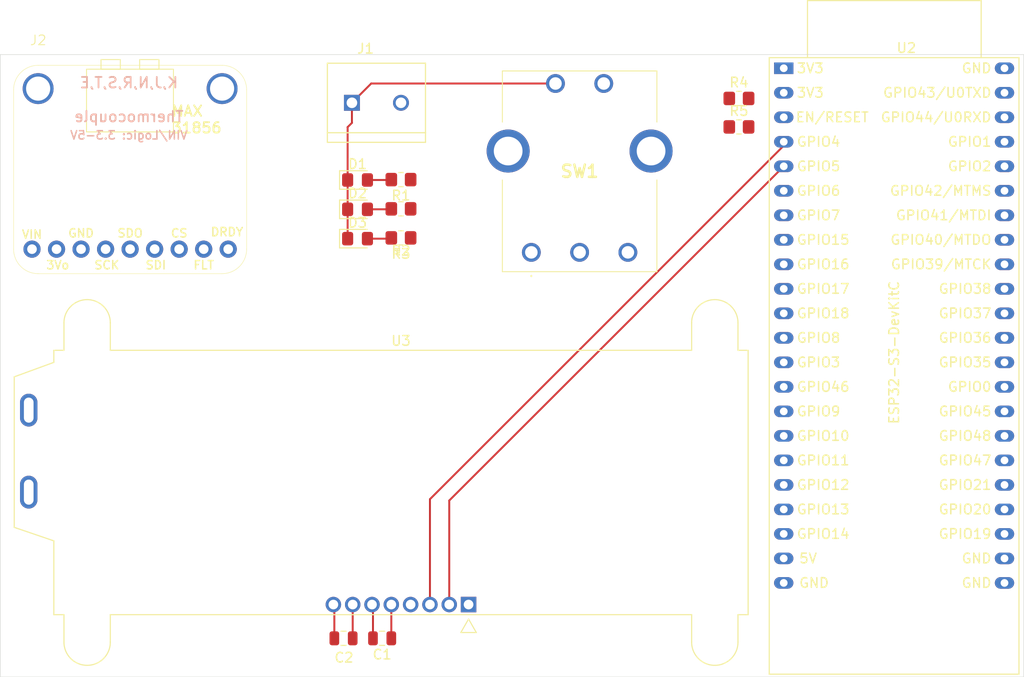
<source format=kicad_pcb>
(kicad_pcb (version 20241229) (generator "pcbnew") (generator_version "9.0")
  (layers (0 "F.Cu" signal) (2 "B.Cu" signal) (13 "F.Paste" user) (15 "B.Paste" user) (5 "F.SilkS" user "F.Silkscreen") (7 "B.SilkS" user "B.Silkscreen") (1 "F.Mask" user) (3 "B.Mask" user) (25 "Edge.Cuts" user))
  (net 0 "")
  (net 1 "GND")
  (net 2 "+3.3V")
  (net 3 "+5V")
  (net 4 "SSR_PWM")
  (net 5 "/SCK")
  (net 6 "/DRDY")
  (net 7 "/~{CS}")
  (net 8 "/~{FAULT}")
  (net 9 "/SDO")
  (net 10 "/SDI")
  (net 11 "/VIN_1")
  (net 12 "Net-(U2-GPIO46)")
  (net 13 "Net-(U2-GPIO47)")
  (net 14 "Net-(U2-GPIO48)")
  (net 40 "Net-(D3-A)")
  (net 41 "Net-(D2-A)")
  (net 42 "Net-(D1-A)")
  (net 47 "Net-(U3-VOUT)")
  (net 48 "Net-(U3-C1+)")
  (net 49 "Net-(U3-C1-)")
  (net 50 "/SCL")
  (net 51 "/SDA")
  (net 52 "/DISPLAY_~{RST}")
  (net 53 "/ENC_B")
  (net 54 "/ENC_A")
  (net 55 "/ENC_SW")
  (footprint "Diode_SMD:D_0805_2012Metric_Pad1.15x1.40mm_HandSolder" (layer "F.Cu") (at 121 74.54)
    (property "Reference" "D2" (at 0 -1.65 0) (layer "F.SilkS"))
    (property "Value" "LED")
    (fp_line (start -1.86 -0.96) (end -1.86 0.96) (stroke (width 0.12)) (layer "F.SilkS"))
    (fp_line (start -1.86 0.96) (end 1 0.96) (stroke (width 0.12)) (layer "F.SilkS"))
    (fp_line (start 1 -0.96) (end -1.86 -0.96) (stroke (width 0.12)) (layer "F.SilkS"))
    (pad "1" smd roundrect (at -1.025 0) (size 1.15 1.4) (layers "F.Cu" "F.Mask" "F.Paste") (roundrect_rratio 0.217391) (net 1 "GND"))
    (pad "2" smd roundrect (at 1.025 0) (size 1.15 1.4) (layers "F.Cu" "F.Mask" "F.Paste") (roundrect_rratio 0.217391) (net 41 "Net-(D2-A)"))
  )
  (footprint "phoenix_footprints:TE_282837-2" (layer "F.Cu") (at 122.96 63.5)
    (property "Reference" "J1" (at -1.127255 -5.614945 0) (layer "F.SilkS") (effects (font (size 1.002039 1.002039))))
    (property "Value" "Screw_Terminal_01x02")
    (fp_line (start -5.08 -4.1) (end 5.08 -4.1) (stroke (width 0.127)) (layer "F.SilkS"))
    (fp_line (start -5.08 3.1) (end -5.08 -4.1) (stroke (width 0.127)) (layer "F.SilkS"))
    (fp_line (start -5.08 3.1) (end 5.08 3.1) (stroke (width 0.127)) (layer "F.SilkS"))
    (fp_line (start -5.08 4.1) (end -5.08 3.1) (stroke (width 0.127)) (layer "F.SilkS"))
    (fp_line (start 5.08 -4.1) (end 5.08 3.1) (stroke (width 0.127)) (layer "F.SilkS"))
    (fp_line (start 5.08 3.1) (end 5.08 4.1) (stroke (width 0.127)) (layer "F.SilkS"))
    (fp_line (start 5.08 4.1) (end -5.08 4.1) (stroke (width 0.127)) (layer "F.SilkS"))
    (pad "1" thru_hole rect (at -2.54 0) (size 1.65 1.65) (drill 1.1) (layers "*.Cu" "*.Mask") (net 1 "GND"))
    (pad "2" thru_hole circle (at 2.54 0) (size 1.65 1.65) (drill 1.1) (layers "*.Cu" "*.Mask") (net 4 "SSR_PWM"))
  )
  (footprint "Capacitor_SMD:C_0805_2012Metric" (layer "F.Cu") (at 123.55 119 180)
    (property "Reference" "C1" (at 0 -1.68 0) (layer "F.SilkS"))
    (property "Value" "1uF")
    (fp_line (start -0.261252 0.735) (end 0.261252 0.735) (stroke (width 0.12)) (layer "F.SilkS"))
    (fp_line (start -0.261252 -0.735) (end 0.261252 -0.735) (stroke (width 0.12)) (layer "F.SilkS"))
    (pad "1" smd roundrect (at -0.95 0 180) (size 1 1.45) (layers "F.Cu" "F.Mask" "F.Paste") (net 3 "+5V"))
    (pad "2" smd roundrect (at 0.95 0 180) (size 1 1.45) (layers "F.Cu" "F.Mask" "F.Paste") (net 47 "Net-(U3-VOUT)"))
  )
  (footprint "Resistor_SMD:R_0805_2012Metric_Pad1.20x1.40mm_HandSolder" (layer "F.Cu") (at 125.5 74.49 180)
    (property "Reference" "R2" (at 0 -4.33 0) (layer "F.SilkS"))
    (property "Value" "220")
    (fp_line (start -0.227064 0.735) (end 0.227064 0.735) (stroke (width 0.12)) (layer "F.SilkS"))
    (fp_line (start -0.227064 -0.735) (end 0.227064 -0.735) (stroke (width 0.12)) (layer "F.SilkS"))
    (pad "1" smd roundrect (at -1 0 180) (size 1.2 1.4) (layers "F.Cu" "F.Mask" "F.Paste") (roundrect_rratio 0.208333) (net 13 "Net-(U2-GPIO47)"))
    (pad "2" smd roundrect (at 1 0 180) (size 1.2 1.4) (layers "F.Cu" "F.Mask" "F.Paste") (roundrect_rratio 0.208333) (net 41 "Net-(D2-A)"))
  )
  (footprint "Capacitor_SMD:C_0805_2012Metric" (layer "F.Cu") (at 119.55 119 180)
    (property "Reference" "C2" (at -0.05 -2 0) (layer "F.SilkS"))
    (property "Value" "1uF")
    (fp_line (start -0.261252 0.735) (end 0.261252 0.735) (stroke (width 0.12)) (layer "F.SilkS"))
    (fp_line (start -0.261252 -0.735) (end 0.261252 -0.735) (stroke (width 0.12)) (layer "F.SilkS"))
    (pad "1" smd roundrect (at -0.95 0 180) (size 1 1.45) (layers "F.Cu" "F.Mask" "F.Paste") (net 48 "Net-(U3-C1+)"))
    (pad "2" smd roundrect (at 0.95 0 180) (size 1 1.45) (layers "F.Cu" "F.Mask" "F.Paste") (net 49 "Net-(U3-C1-)"))
  )
  (footprint "Resistor_SMD:R_0805_2012Metric_Pad1.20x1.40mm_HandSolder" (layer "F.Cu") (at 125.5 77.5 180)
    (property "Reference" "R3" (at 0 -1.65 0) (layer "F.SilkS"))
    (property "Value" "220")
    (fp_line (start -0.227064 0.735) (end 0.227064 0.735) (stroke (width 0.12)) (layer "F.SilkS"))
    (fp_line (start -0.227064 -0.735) (end 0.227064 -0.735) (stroke (width 0.12)) (layer "F.SilkS"))
    (pad "1" smd roundrect (at -1 0 180) (size 1.2 1.4) (layers "F.Cu" "F.Mask" "F.Paste") (roundrect_rratio 0.208333) (net 14 "Net-(U2-GPIO48)"))
    (pad "2" smd roundrect (at 1 0 180) (size 1.2 1.4) (layers "F.Cu" "F.Mask" "F.Paste") (roundrect_rratio 0.208333) (net 40 "Net-(D3-A)"))
  )
  (footprint "!footprints:PEC164120FS0012" (layer "F.Cu") (at 139 79)
    (property "Reference" "SW1" (at 5 -8.4 0) (layer "F.SilkS") (effects (font (size 1.27 1.27) (thickness 0.254))))
    (property "Value" "RotaryEncoder_Switch" (hide yes))
    (fp_line (start -3 -18.8) (end -3 -13.5) (stroke (width 0.1)) (layer "F.SilkS"))
    (fp_line (start -3 -7.5) (end -3 2) (stroke (width 0.1)) (layer "F.SilkS"))
    (fp_line (start -3 2) (end 13 2) (stroke (width 0.1)) (layer "F.SilkS"))
    (fp_line (start 0 2.4) (end 0 2.4) (stroke (width 0.1)) (layer "F.SilkS"))
    (fp_line (start 0 2.5) (end 0 2.5) (stroke (width 0.1)) (layer "F.SilkS"))
    (fp_line (start 13 -18.8) (end -3 -18.8) (stroke (width 0.1)) (layer "F.SilkS"))
    (fp_line (start 13 -13.5) (end 13 -18.8) (stroke (width 0.1)) (layer "F.SilkS"))
    (fp_line (start 13 2) (end 13 -7.5) (stroke (width 0.1)) (layer "F.SilkS"))
    (fp_arc (start 0 2.4) (mid 0.05 2.45) (end 0 2.5) (stroke (width 0.1)) (layer "F.SilkS"))
    (fp_arc (start 0 2.5) (mid -0.05 2.45) (end 0 2.4) (stroke (width 0.1)) (layer "F.SilkS"))
    (pad "A" thru_hole circle (at 0 0) (size 1.95 1.95) (drill 1.3) (layers "*.Cu" "*.Mask") (net 54 "/ENC_A"))
    (pad "B" thru_hole circle (at 5 0) (size 1.95 1.95) (drill 1.3) (layers "*.Cu" "*.Mask") (net 53 "/ENC_B"))
    (pad "C" thru_hole circle (at 10 0) (size 1.95 1.95) (drill 1.3) (layers "*.Cu" "*.Mask") (net 1 "GND"))
    (pad "MH1" thru_hole circle (at -2.4 -10.5) (size 4.46 4.46) (drill 2.9732) (layers "*.Cu" "*.Mask"))
    (pad "MH2" thru_hole circle (at 12.4 -10.5) (size 4.46 4.46) (drill 2.9732) (layers "*.Cu" "*.Mask"))
    (pad "S1" thru_hole circle (at 2.5 -17.5) (size 1.95 1.95) (drill 1.3) (layers "*.Cu" "*.Mask") (net 1 "GND"))
    (pad "S2" thru_hole circle (at 7.5 -17.5) (size 1.95 1.95) (drill 1.3) (layers "*.Cu" "*.Mask") (net 55 "/ENC_SW"))
  )
  (footprint "Diode_SMD:D_0805_2012Metric_Pad1.15x1.40mm_HandSolder" (layer "F.Cu") (at 121 77.58)
    (property "Reference" "D3" (at 0 -1.65 0) (layer "F.SilkS"))
    (property "Value" "LED")
    (fp_line (start -1.86 -0.96) (end -1.86 0.96) (stroke (width 0.12)) (layer "F.SilkS"))
    (fp_line (start -1.86 0.96) (end 1 0.96) (stroke (width 0.12)) (layer "F.SilkS"))
    (fp_line (start 1 -0.96) (end -1.86 -0.96) (stroke (width 0.12)) (layer "F.SilkS"))
    (pad "1" smd roundrect (at -1.025 0) (size 1.15 1.4) (layers "F.Cu" "F.Mask" "F.Paste") (roundrect_rratio 0.217391) (net 1 "GND"))
    (pad "2" smd roundrect (at 1.025 0) (size 1.15 1.4) (layers "F.Cu" "F.Mask" "F.Paste") (roundrect_rratio 0.217391) (net 40 "Net-(D3-A)"))
  )
  (footprint "Resistor_SMD:R_0805_2012Metric_Pad1.20x1.40mm_HandSolder" (layer "F.Cu") (at 160.5 66)
    (property "Reference" "R5" (at 0 -1.65 0) (layer "F.SilkS"))
    (property "Value" "4.7k")
    (fp_line (start -0.227064 -0.735) (end 0.227064 -0.735) (stroke (width 0.12)) (layer "F.SilkS"))
    (fp_line (start -0.227064 0.735) (end 0.227064 0.735) (stroke (width 0.12)) (layer "F.SilkS"))
    (pad "1" smd roundrect (at -1 0) (size 1.2 1.4) (layers "F.Cu" "F.Mask" "F.Paste") (roundrect_rratio 0.208333) (net 2 "+3.3V"))
    (pad "2" smd roundrect (at 1 0) (size 1.2 1.4) (layers "F.Cu" "F.Mask" "F.Paste") (roundrect_rratio 0.208333) (net 51 "/SDA"))
  )
  (footprint "Resistor_SMD:R_0805_2012Metric_Pad1.20x1.40mm_HandSolder" (layer "F.Cu") (at 160.5 63.05)
    (property "Reference" "R4" (at 0 -1.65 0) (layer "F.SilkS"))
    (property "Value" "4.7k")
    (fp_line (start -0.227064 -0.735) (end 0.227064 -0.735) (stroke (width 0.12)) (layer "F.SilkS"))
    (fp_line (start -0.227064 0.735) (end 0.227064 0.735) (stroke (width 0.12)) (layer "F.SilkS"))
    (pad "1" smd roundrect (at -1 0) (size 1.2 1.4) (layers "F.Cu" "F.Mask" "F.Paste") (roundrect_rratio 0.208333) (net 2 "+3.3V"))
    (pad "2" smd roundrect (at 1 0) (size 1.2 1.4) (layers "F.Cu" "F.Mask" "F.Paste") (roundrect_rratio 0.208333) (net 50 "/SCL"))
  )
  (footprint "Diode_SMD:D_0805_2012Metric_Pad1.15x1.40mm_HandSolder" (layer "F.Cu") (at 121 71.5)
    (property "Reference" "D1" (at 0 -1.65 0) (layer "F.SilkS"))
    (property "Value" "LED")
    (fp_line (start -1.86 -0.96) (end -1.86 0.96) (stroke (width 0.12)) (layer "F.SilkS"))
    (fp_line (start -1.86 0.96) (end 1 0.96) (stroke (width 0.12)) (layer "F.SilkS"))
    (fp_line (start 1 -0.96) (end -1.86 -0.96) (stroke (width 0.12)) (layer "F.SilkS"))
    (pad "1" smd roundrect (at -1.025 0) (size 1.15 1.4) (layers "F.Cu" "F.Mask" "F.Paste") (roundrect_rratio 0.217391) (net 1 "GND"))
    (pad "2" smd roundrect (at 1.025 0) (size 1.15 1.4) (layers "F.Cu" "F.Mask" "F.Paste") (roundrect_rratio 0.217391) (net 42 "Net-(D1-A)"))
  )
  (footprint "Display:NHD-C0220BiZ" (layer "F.Cu") (at 125.5 99.6)
    (property "Reference" "U3" (at 0 -11.43 0) (layer "F.SilkS"))
    (property "Value" "NHD-C0220BIZ")
    (fp_line (start -40.05 -7.7) (end -40.05 7.9) (stroke (width 0.12)) (layer "F.SilkS"))
    (fp_line (start -40.05 7.9) (end -35.95 9.3) (stroke (width 0.12)) (layer "F.SilkS"))
    (fp_line (start -35.95 -10.45) (end -35.95 -9.2) (stroke (width 0.12)) (layer "F.SilkS"))
    (fp_line (start -35.95 -9.2) (end -40.05 -7.7) (stroke (width 0.12)) (layer "F.SilkS"))
    (fp_line (start -35.95 9.3) (end -35.95 16.95) (stroke (width 0.12)) (layer "F.SilkS"))
    (fp_line (start -35.95 16.95) (end -34.9 16.95) (stroke (width 0.12)) (layer "F.SilkS"))
    (fp_line (start -34.9 -13.3) (end -34.9 -10.45) (stroke (width 0.12)) (layer "F.SilkS"))
    (fp_line (start -34.9 -10.45) (end -35.95 -10.45) (stroke (width 0.12)) (layer "F.SilkS"))
    (fp_line (start -34.9 16.95) (end -34.9 19.8) (stroke (width 0.12)) (layer "F.SilkS"))
    (fp_line (start -30.1 -10.45) (end -30.1 -13.3) (stroke (width 0.12)) (layer "F.SilkS"))
    (fp_line (start -30.1 16.95) (end 30.1 16.95) (stroke (width 0.12)) (layer "F.SilkS"))
    (fp_line (start -30.1 19.8) (end -30.1 16.95) (stroke (width 0.12)) (layer "F.SilkS"))
    (fp_line (start 6.2 18.8) (end 7 17.4) (stroke (width 0.12)) (layer "F.SilkS"))
    (fp_line (start 6.2 18.8) (end 7.8 18.8) (stroke (width 0.12)) (layer "F.SilkS"))
    (fp_line (start 7 17.4) (end 7.8 18.8) (stroke (width 0.12)) (layer "F.SilkS"))
    (fp_line (start 30.1 -13.3) (end 30.1 -10.45) (stroke (width 0.12)) (layer "F.SilkS"))
    (fp_line (start 30.1 -10.45) (end -30.1 -10.45) (stroke (width 0.12)) (layer "F.SilkS"))
    (fp_line (start 30.1 16.95) (end 30.1 19.8) (stroke (width 0.12)) (layer "F.SilkS"))
    (fp_line (start 34.9 -10.45) (end 34.9 -13.3) (stroke (width 0.12)) (layer "F.SilkS"))
    (fp_line (start 34.9 16.95) (end 35.95 16.95) (stroke (width 0.12)) (layer "F.SilkS"))
    (fp_line (start 34.9 19.8) (end 34.9 16.95) (stroke (width 0.12)) (layer "F.SilkS"))
    (fp_line (start 35.95 -10.45) (end 34.9 -10.45) (stroke (width 0.12)) (layer "F.SilkS"))
    (fp_line (start 35.95 16.95) (end 35.95 -10.45) (stroke (width 0.12)) (layer "F.SilkS"))
    (fp_arc (start -34.9 -13.3) (mid -32.5 -15.7) (end -30.1 -13.3) (stroke (width 0.12)) (layer "F.SilkS"))
    (fp_arc (start -30.1 19.8) (mid -32.5 22.2) (end -34.9 19.8) (stroke (width 0.12)) (layer "F.SilkS"))
    (fp_arc (start 30.1 -13.3) (mid 32.5 -15.7) (end 34.9 -13.3) (stroke (width 0.12)) (layer "F.SilkS"))
    (fp_arc (start 34.9 19.8) (mid 32.5 22.2) (end 30.1 19.8) (stroke (width 0.12)) (layer "F.SilkS"))
    (pad "" np_thru_hole circle (at -32.5 -13.3) (size 2.5 2.5) (drill 2.5) (layers "*.Cu" "*.Mask"))
    (pad "" np_thru_hole circle (at -32.5 19.8) (size 2.5 2.5) (drill 2.5) (layers "*.Cu" "*.Mask"))
    (pad "" np_thru_hole circle (at 32.5 -13.3) (size 2.5 2.5) (drill 2.5) (layers "*.Cu" "*.Mask"))
    (pad "" np_thru_hole circle (at 32.5 19.8) (size 2.5 2.5) (drill 2.5) (layers "*.Cu" "*.Mask"))
    (pad "1" thru_hole rect (at 7 15.9) (size 1.6 1.6) (drill 1) (layers "*.Cu" "*.Mask") (net 52 "/DISPLAY_~{RST}"))
    (pad "2" thru_hole circle (at 5 15.9) (size 1.6 1.6) (drill 1) (layers "*.Cu" "*.Mask") (net 50 "/SCL"))
    (pad "3" thru_hole circle (at 3 15.9) (size 1.6 1.6) (drill 1) (layers "*.Cu" "*.Mask") (net 51 "/SDA"))
    (pad "4" thru_hole circle (at 1 15.9) (size 1.6 1.6) (drill 1) (layers "*.Cu" "*.Mask") (net 1 "GND"))
    (pad "5" thru_hole circle (at -1 15.9) (size 1.6 1.6) (drill 1) (layers "*.Cu" "*.Mask") (net 3 "+5V"))
    (pad "6" thru_hole circle (at -3 15.9) (size 1.6 1.6) (drill 1) (layers "*.Cu" "*.Mask") (net 47 "Net-(U3-VOUT)"))
    (pad "7" thru_hole circle (at -5 15.9) (size 1.6 1.6) (drill 1) (layers "*.Cu" "*.Mask") (net 48 "Net-(U3-C1+)"))
    (pad "8" thru_hole circle (at -7 15.9) (size 1.6 1.6) (drill 1) (layers "*.Cu" "*.Mask") (net 49 "Net-(U3-C1-)"))
    (pad "9" thru_hole oval (at -38.55 4.25) (size 1.8 3.4) (drill oval 1 2.6) (layers "*.Cu" "*.Mask"))
    (pad "10" thru_hole oval (at -38.55 -4.25) (size 1.8 3.4) (drill oval 1 2.6) (layers "*.Cu" "*.Mask"))
  )
  (footprint "PCM_Espressif:ESP32-S3-DevKitC" (layer "F.Cu") (at 165.14 59.92)
    (property "Reference" "U2" (at 12.7 -2.1 0) (layer "F.SilkS"))
    (property "Value" "ESP32-S3-DevKitC" (at 11.42632 29.46128 90) (layer "F.SilkS"))
    (fp_line (start -1.5 62.79728) (end 24.359999 62.79728) (stroke (width 0.12)) (layer "F.SilkS"))
    (fp_line (start -1.499999 -1.1) (end -1.5 62.79728) (stroke (width 0.12)) (layer "F.SilkS"))
    (fp_line (start 2.46012 -7.01312) (end 20.44332 -7.01312) (stroke (width 0.12)) (layer "F.SilkS"))
    (fp_line (start 2.46012 -1.12032) (end 2.46012 -7.01312) (stroke (width 0.12)) (layer "F.SilkS"))
    (fp_line (start 20.44332 -7.01312) (end 20.44332 -1.12032) (stroke (width 0.12)) (layer "F.SilkS"))
    (fp_line (start 24.359999 62.79728) (end 24.36 -1.1) (stroke (width 0.12)) (layer "F.SilkS"))
    (fp_line (start 24.36 -1.1) (end -1.499999 -1.1) (stroke (width 0.12)) (layer "F.SilkS"))
    (fp_text user "GPIO47" (at 21.59 40.64 0) (layer "F.SilkS") (effects (justify right)))
    (fp_text user "3V3" (at 1.27 0 0) (layer "F.SilkS") (effects (justify left)))
    (fp_text user "GPIO18" (at 1.27 25.4 0) (layer "F.SilkS") (effects (justify left)))
    (fp_text user "GND" (at 1.52032 53.33728 0) (layer "F.SilkS") (effects (justify left)))
    (fp_text user "GPIO12" (at 1.27 43.18 0) (layer "F.SilkS") (effects (justify left)))
    (fp_text user "GPIO11" (at 1.27 40.64 0) (layer "F.SilkS") (effects (justify left)))
    (fp_text user "GPIO48" (at 21.59 38.1 0) (layer "F.SilkS") (effects (justify right)))
    (fp_text user "GPIO2" (at 21.59 10.16 0) (layer "F.SilkS") (effects (justify right)))
    (fp_text user "GPIO36" (at 21.59 27.94 0) (layer "F.SilkS") (effects (justify right)))
    (fp_text user "3V3" (at 1.27 2.54 0) (layer "F.SilkS") (effects (justify left)))
    (fp_text user "GPIO40/MTDO" (at 21.59 17.78 0) (layer "F.SilkS") (effects (justify right)))
    (fp_text user "GPIO9" (at 1.27 35.56 0) (layer "F.SilkS") (effects (justify left)))
    (fp_text user "GND" (at 21.59 50.8 0) (layer "F.SilkS") (effects (justify right)))
    (fp_text user "GPIO17" (at 1.27 22.86 0) (layer "F.SilkS") (effects (justify left)))
    (fp_text user "GPIO21" (at 21.59 43.18 0) (layer "F.SilkS") (effects (justify right)))
    (fp_text user "GPIO6" (at 1.27 12.7 0) (layer "F.SilkS") (effects (justify left)))
    (fp_text user "GPIO5" (at 1.27 10.16 0) (layer "F.SilkS") (effects (justify left)))
    (fp_text user "GPIO19" (at 21.59 48.26 0) (layer "F.SilkS") (effects (justify right)))
    (fp_text user "GPIO37" (at 21.59 25.4 0) (layer "F.SilkS") (effects (justify right)))
    (fp_text user "GPIO20" (at 21.59 45.72 0) (layer "F.SilkS") (effects (justify right)))
    (fp_text user "GPIO38" (at 21.59 22.86 0) (layer "F.SilkS") (effects (justify right)))
    (fp_text user "GPIO7" (at 1.27 15.24 0) (layer "F.SilkS") (effects (justify left)))
    (fp_text user "GPIO39/MTCK" (at 21.59 20.32 0) (layer "F.SilkS") (effects (justify right)))
    (fp_text user "5V" (at 1.52032 50.79728 0) (layer "F.SilkS") (effects (justify left)))
    (fp_text user "GPIO44/U0RXD" (at 21.59 5.08 0) (layer "F.SilkS") (effects (justify right)))
    (fp_text user "GPIO0" (at 21.59 33.02 0) (layer "F.SilkS") (effects (justify right)))
    (fp_text user "GND" (at 21.59 0 0) (layer "F.SilkS") (effects (justify right)))
    (fp_text user "GPIO42/MTMS" (at 21.59 12.7 0) (layer "F.SilkS") (effects (justify right)))
    (fp_text user "GPIO4" (at 1.27 7.62 0) (layer "F.SilkS") (effects (justify left)))
    (fp_text user "GPIO10" (at 1.27 38.1 0) (layer "F.SilkS") (effects (justify left)))
    (fp_text user "GPIO13" (at 1.27 45.72 0) (layer "F.SilkS") (effects (justify left)))
    (fp_text user "GPIO46" (at 1.27 33.02 0) (layer "F.SilkS") (effects (justify left)))
    (fp_text user "GPIO8" (at 1.27 27.94 0) (layer "F.SilkS") (effects (justify left)))
    (fp_text user "GPIO41/MTDI" (at 21.59 15.24 0) (layer "F.SilkS") (effects (justify right)))
    (fp_text user "GPIO15" (at 1.27 17.78 0) (layer "F.SilkS") (effects (justify left)))
    (fp_text user "GPIO35" (at 21.59 30.48 0) (layer "F.SilkS") (effects (justify right)))
    (fp_text user "GND" (at 21.59 53.34 0) (layer "F.SilkS") (effects (justify right)))
    (fp_text user "GPIO14" (at 1.27 48.26 0) (layer "F.SilkS") (effects (justify left)))
    (fp_text user "GPIO1" (at 21.59 7.62 0) (layer "F.SilkS") (effects (justify right)))
    (fp_text user "GPIO43/U0TXD" (at 21.59 2.54 0) (layer "F.SilkS") (effects (justify right)))
    (fp_text user "GPIO45" (at 21.59 35.56 0) (layer "F.SilkS") (effects (justify right)))
    (fp_text user "GPIO16" (at 1.27 20.32 0) (layer "F.SilkS") (effects (justify left)))
    (fp_text user "GPIO3" (at 1.27 30.48 0) (layer "F.SilkS") (effects (justify left)))
    (fp_text user "EN/RESET" (at 8.88632 5.07728 0) (layer "F.SilkS") (effects (justify right)))
    (pad "1" thru_hole rect (at 0 0 270) (size 1.2 2) (drill 0.8) (layers "*.Cu" "*.Mask") (net 2 "+3.3V"))
    (pad "2" thru_hole oval (at 0 2.54 270) (size 1.2 2) (drill 0.8) (layers "*.Cu" "*.Mask") (net 2 "+3.3V"))
    (pad "3" thru_hole oval (at 0 5.08 270) (size 1.2 2) (drill 0.8) (layers "*.Cu" "*.Mask"))
    (pad "4" thru_hole oval (at 0 7.62 270) (size 1.2 2) (drill 0.8) (layers "*.Cu" "*.Mask") (net 51 "/SDA"))
    (pad "5" thru_hole oval (at 0 10.16 270) (size 1.2 2) (drill 0.8) (layers "*.Cu" "*.Mask") (net 50 "/SCL"))
    (pad "6" thru_hole oval (at 0 12.7 270) (size 1.2 2) (drill 0.8) (layers "*.Cu" "*.Mask"))
    (pad "7" thru_hole oval (at 0 15.24 270) (size 1.2 2) (drill 0.8) (layers "*.Cu" "*.Mask"))
    (pad "8" thru_hole oval (at 0 17.78 270) (size 1.2 2) (drill 0.8) (layers "*.Cu" "*.Mask"))
    (pad "9" thru_hole oval (at 0 20.32 270) (size 1.2 2) (drill 0.8) (layers "*.Cu" "*.Mask"))
    (pad "10" thru_hole oval (at 0 22.86 270) (size 1.2 2) (drill 0.8) (layers "*.Cu" "*.Mask"))
    (pad "11" thru_hole oval (at 0 25.4 270) (size 1.2 2) (drill 0.8) (layers "*.Cu" "*.Mask"))
    (pad "12" thru_hole oval (at 0 27.94 270) (size 1.2 2) (drill 0.8) (layers "*.Cu" "*.Mask"))
    (pad "13" thru_hole oval (at 0 30.48 270) (size 1.2 2) (drill 0.8) (layers "*.Cu" "*.Mask"))
    (pad "14" thru_hole oval (at 0 33.02 270) (size 1.2 2) (drill 0.8) (layers "*.Cu" "*.Mask") (net 12 "Net-(U2-GPIO46)"))
    (pad "15" thru_hole oval (at 0 35.56 270) (size 1.2 2) (drill 0.8) (layers "*.Cu" "*.Mask"))
    (pad "16" thru_hole oval (at 0 38.1 270) (size 1.2 2) (drill 0.8) (layers "*.Cu" "*.Mask"))
    (pad "17" thru_hole oval (at 0 40.64 270) (size 1.2 2) (drill 0.8) (layers "*.Cu" "*.Mask"))
    (pad "18" thru_hole oval (at 0 43.18 270) (size 1.2 2) (drill 0.8) (layers "*.Cu" "*.Mask"))
    (pad "19" thru_hole oval (at 0 45.72 270) (size 1.2 2) (drill 0.8) (layers "*.Cu" "*.Mask"))
    (pad "20" thru_hole oval (at -0.00368 48.25728 270) (size 1.2 2) (drill 0.8) (layers "*.Cu" "*.Mask"))
    (pad "21" thru_hole oval (at -0.00368 50.79728 270) (size 1.2 2) (drill 0.8) (layers "*.Cu" "*.Mask") (net 3 "+5V"))
    (pad "22" thru_hole oval (at -0.00368 53.33728 270) (size 1.2 2) (drill 0.8) (layers "*.Cu" "*.Mask") (net 1 "GND"))
    (pad "23" thru_hole oval (at 22.86 53.34 270) (size 1.2 2) (drill 0.8) (layers "*.Cu" "*.Mask") (net 1 "GND"))
    (pad "24" thru_hole oval (at 22.86 50.8 270) (size 1.2 2) (drill 0.8) (layers "*.Cu" "*.Mask") (net 1 "GND"))
    (pad "25" thru_hole oval (at 22.86 48.26 270) (size 1.2 2) (drill 0.8) (layers "*.Cu" "*.Mask"))
    (pad "26" thru_hole oval (at 22.86 45.72 270) (size 1.2 2) (drill 0.8) (layers "*.Cu" "*.Mask"))
    (pad "27" thru_hole oval (at 22.86 43.18 270) (size 1.2 2) (drill 0.8) (layers "*.Cu" "*.Mask") (net 4 "SSR_PWM"))
    (pad "28" thru_hole oval (at 22.86 40.64 270) (size 1.2 2) (drill 0.8) (layers "*.Cu" "*.Mask") (net 13 "Net-(U2-GPIO47)"))
    (pad "29" thru_hole oval (at 22.86 38.1 270) (size 1.2 2) (drill 0.8) (layers "*.Cu" "*.Mask") (net 14 "Net-(U2-GPIO48)"))
    (pad "30" thru_hole oval (at 22.86 35.56 270) (size 1.2 2) (drill 0.8) (layers "*.Cu" "*.Mask"))
    (pad "31" thru_hole oval (at 22.86 33.02 270) (size 1.2 2) (drill 0.8) (layers "*.Cu" "*.Mask"))
    (pad "32" thru_hole oval (at 22.86 30.48 270) (size 1.2 2) (drill 0.8) (layers "*.Cu" "*.Mask") (net 52 "/DISPLAY_~{RST}"))
    (pad "33" thru_hole oval (at 22.86 27.94 270) (size 1.2 2) (drill 0.8) (layers "*.Cu" "*.Mask") (net 54 "/ENC_A"))
    (pad "34" thru_hole oval (at 22.86 25.4 270) (size 1.2 2) (drill 0.8) (layers "*.Cu" "*.Mask") (net 53 "/ENC_B"))
    (pad "35" thru_hole oval (at 22.86 22.86 270) (size 1.2 2) (drill 0.8) (layers "*.Cu" "*.Mask") (net 55 "/ENC_SW"))
    (pad "36" thru_hole oval (at 22.86 20.32 270) (size 1.2 2) (drill 0.8) (layers "*.Cu" "*.Mask"))
    (pad "37" thru_hole oval (at 22.86 17.78 270) (size 1.2 2) (drill 0.8) (layers "*.Cu" "*.Mask"))
    (pad "38" thru_hole oval (at 22.86 15.24 270) (size 1.2 2) (drill 0.8) (layers "*.Cu" "*.Mask"))
    (pad "39" thru_hole oval (at 22.86 12.7 270) (size 1.2 2) (drill 0.8) (layers "*.Cu" "*.Mask"))
    (pad "40" thru_hole oval (at 22.86 10.16 270) (size 1.2 2) (drill 0.8) (layers "*.Cu" "*.Mask"))
    (pad "41" thru_hole oval (at 22.86 7.62 270) (size 1.2 2) (drill 0.8) (layers "*.Cu" "*.Mask"))
    (pad "42" thru_hole oval (at 22.86 5.08 270) (size 1.2 2) (drill 0.8) (layers "*.Cu" "*.Mask"))
    (pad "43" thru_hole oval (at 22.86 2.54 270) (size 1.2 2) (drill 0.8) (layers "*.Cu" "*.Mask"))
    (pad "44" thru_hole oval (at 22.86 0 270) (size 1.2 2) (drill 0.8) (layers "*.Cu" "*.Mask") (net 1 "GND"))
  )
  (footprint "!footprints:MAX31856_HEADER" (layer "F.Cu") (at 87.936314 62.019686)
    (property "Reference" "J2" (at 0 -5 0) (layer "F.SilkS") (effects (font (thickness 0.1))))
    (property "Value" "Conn_01x09_Socket")
    (fp_line (start -2.551314 16.648314) (end -2.551314 0.138314) (stroke (width 0.05)) (layer "F.SilkS"))
    (fp_line (start -0.011314 -2.401686) (end 19.038686 -2.401686) (stroke (width 0.05)) (layer "F.SilkS"))
    (fp_line (start 19.012586 19.191516) (end -0.037414 19.191516) (stroke (width 0.05)) (layer "F.SilkS"))
    (fp_line (start 21.578686 0.138314) (end 21.578686 16.648314) (stroke (width 0.05)) (layer "F.SilkS"))
    (fp_rect (start 5 -2) (end 14 4.5) (stroke (width 0.1)) (fill no) (layer "F.SilkS"))
    (fp_rect (start 6.5 -3) (end 8.5 -2) (stroke (width 0.1)) (fill no) (layer "F.SilkS"))
    (fp_rect (start 10.5 -3) (end 12.5 -2) (stroke (width 0.1)) (fill no) (layer "F.SilkS"))
    (fp_arc (start -2.551314 0.138314) (mid -1.807365 -1.657737) (end -0.011314 -2.401686) (stroke (width 0.05)) (layer "F.SilkS"))
    (fp_arc (start -0.011314 19.188314) (mid -1.807365 18.444365) (end -2.551314 16.648314) (stroke (width 0.05)) (layer "F.SilkS"))
    (fp_arc (start 19.038686 -2.401686) (mid 20.834741 -1.657741) (end 21.578686 0.138314) (stroke (width 0.05)) (layer "F.SilkS"))
    (fp_arc (start 21.578686 16.648314) (mid 20.834736 18.444361) (end 19.038686 19.188314) (stroke (width 0.05)) (layer "F.SilkS"))
    (fp_text user "SCK" (at 7.100686 18.299314 0) (layer "F.SilkS") (effects (font (size 0.8636 0.8636) (thickness 0.1524))))
    (fp_text user "SDI" (at 12.180686 18.299314 0) (layer "F.SilkS") (effects (font (size 0.8636 0.8636) (thickness 0.1524))))
    (fp_text user "GND" (at 4.433686 14.997314 0) (layer "F.SilkS") (effects (font (size 0.8636 0.8636) (thickness 0.1524))))
    (fp_text user "FLT" (at 17.133686 18.299314 0) (layer "F.SilkS") (effects (font (size 0.8636 0.8636) (thickness 0.1524))))
    (fp_text user "3Vo" (at 2.020686 18.299314 0) (layer "F.SilkS") (effects (font (size 0.8636 0.8636) (thickness 0.1524))))
    (fp_text user "CS" (at 14.593686 14.997314 0) (layer "F.SilkS") (effects (font (size 0.8636 0.8636) (thickness 0.1524))))
    (fp_text user "SDO" (at 9.513686 14.997314 0) (layer "F.SilkS") (effects (font (size 0.8636 0.8636) (thickness 0.1524))))
    (fp_text user "DRDY" (at 19.546686 14.870314 0) (layer "F.SilkS") (effects (font (size 0.8636 0.8636) (thickness 0.1524))))
    (fp_text user "VIN" (at -0.646314 15.124314 0) (layer "F.SilkS") (effects (font (size 0.8636 0.8636) (thickness 0.1524))))
    (fp_text user "MAX\n31856" (at 13.704686 4.710314 0) (layer "F.SilkS") (effects (font (size 1.0795 1.0795) (thickness 0.1905)) (justify left bottom)))
    (fp_text user "VIN/Logic: 3.3-5V" (at 9.386686 4.837314 0) (layer "B.SilkS") (effects (font (size 0.8636 0.8636) (thickness 0.1524)) (justify mirror)))
    (fp_text user "K,J,N,R,S,T,E\n\nThermocouple" (at 9.386686 1.154314 0) (layer "B.SilkS") (effects (font (size 1.0922 1.0922) (thickness 0.1778)) (justify mirror)))
    (pad "1" thru_hole circle (at 19.673686 16.648314 270) (size 1.778 1.778) (drill 1) (layers "*.Cu" "*.Mask") (net 6 "/DRDY"))
    (pad "2" thru_hole circle (at 17.133686 16.648314 270) (size 1.778 1.778) (drill 1) (layers "*.Cu" "*.Mask") (net 8 "/~{FAULT}"))
    (pad "3" thru_hole circle (at 14.593686 16.648314 270) (size 1.778 1.778) (drill 1) (layers "*.Cu" "*.Mask") (net 7 "/~{CS}"))
    (pad "4" thru_hole circle (at 12.053686 16.648314 270) (size 1.778 1.778) (drill 1) (layers "*.Cu" "*.Mask") (net 10 "/SDI"))
    (pad "5" thru_hole circle (at 9.513686 16.648314 270) (size 1.778 1.778) (drill 1) (layers "*.Cu" "*.Mask") (net 9 "/SDO"))
    (pad "6" thru_hole circle (at 6.973686 16.648314 270) (size 1.778 1.778) (drill 1) (layers "*.Cu" "*.Mask") (net 5 "/SCK"))
    (pad "7" thru_hole circle (at 4.433686 16.648314 270) (size 1.778 1.778) (drill 1) (layers "*.Cu" "*.Mask") (net 1 "GND"))
    (pad "8" thru_hole circle (at 1.893686 16.648314 270) (size 1.778 1.778) (drill 1) (layers "*.Cu" "*.Mask") (net 2 "+3.3V"))
    (pad "9" thru_hole circle (at -0.646314 16.648314 270) (size 1.778 1.778) (drill 1) (layers "*.Cu" "*.Mask") (net 11 "/VIN_1"))
    (pad "P$1" thru_hole circle (at -0.011314 0.011314) (size 3.2 3.2) (drill 2.5) (layers "*.Cu" "*.Mask"))
    (pad "P$1" thru_hole circle (at 19.038686 0.011314) (size 3.2 3.2) (drill 2.5) (layers "*.Cu" "*.Mask"))
  )
  (footprint "Resistor_SMD:R_0805_2012Metric_Pad1.20x1.40mm_HandSolder" (layer "F.Cu") (at 125.5 71.46 180)
    (property "Reference" "R1" (at 0 -1.65 0) (layer "F.SilkS"))
    (property "Value" "220")
    (fp_line (start -0.227064 0.735) (end 0.227064 0.735) (stroke (width 0.12)) (layer "F.SilkS"))
    (fp_line (start -0.227064 -0.735) (end 0.227064 -0.735) (stroke (width 0.12)) (layer "F.SilkS"))
    (pad "1" smd roundrect (at -1 0 180) (size 1.2 1.4) (layers "F.Cu" "F.Mask" "F.Paste") (roundrect_rratio 0.208333) (net 12 "Net-(U2-GPIO46)"))
    (pad "2" smd roundrect (at 1 0 180) (size 1.2 1.4) (layers "F.Cu" "F.Mask" "F.Paste") (roundrect_rratio 0.208333) (net 42 "Net-(D1-A)"))
  )
  (gr_rect (start 84 58.5) (end 190 123) (stroke (width 0.05)) (fill no) (layer "Edge.Cuts"))
  (segment (start 141.5 61.5) (end 122.42 61.5) (width 0.2) (layer "F.Cu") (net 1))
  (segment (start 120.42 65.58) (end 119.975 66.025) (width 0.2) (layer "F.Cu") (net 1))
  (segment (start 120.42 63.5) (end 120.42 65.58) (width 0.2) (layer "F.Cu") (net 1))
  (segment (start 122.42 61.5) (end 120.42 63.5) (width 0.2) (layer "F.Cu") (net 1))
  (segment (start 119.975 71.5) (end 119.975 77.58) (width 0.2) (layer "F.Cu") (net 1))
  (segment (start 119.975 66.025) (end 119.975 71.5) (width 0.2) (layer "F.Cu") (net 1))
  (segment (start 124.5 115.5) (end 124.5 119) (width 0.2) (layer "F.Cu") (net 3))
  (segment (start 122.025 77.58) (end 124.42 77.58) (width 0.2) (layer "F.Cu") (net 40))
  (segment (start 124.42 77.58) (end 124.5 77.5) (width 0.2) (layer "F.Cu") (net 40))
  (segment (start 124.45 74.54) (end 124.5 74.49) (width 0.2) (layer "F.Cu") (net 41))
  (segment (start 122.025 74.54) (end 124.45 74.54) (width 0.2) (layer "F.Cu") (net 41))
  (segment (start 122.025 71.5) (end 124.46 71.5) (width 0.2) (layer "F.Cu") (net 42))
  (segment (start 124.46 71.5) (end 124.5 71.46) (width 0.2) (layer "F.Cu") (net 42))
  (segment (start 122.6 119) (end 122.6 115.6) (width 0.2) (layer "F.Cu") (net 47))
  (segment (start 122.6 115.6) (end 122.5 115.5) (width 0.2) (layer "F.Cu") (net 47))
  (segment (start 120.5 119) (end 120.5 115.5) (width 0.2) (layer "F.Cu") (net 48))
  (segment (start 118.6 119) (end 118.6 115.6) (width 0.2) (layer "F.Cu") (net 49))
  (segment (start 118.6 115.6) (end 118.5 115.5) (width 0.2) (layer "F.Cu") (net 49))
  (segment (start 130.5 104.72) (end 130.5 115.5) (width 0.2) (layer "F.Cu") (net 50))
  (segment (start 165.14 70.08) (end 130.5 104.72) (width 0.2) (layer "F.Cu") (net 50))
  (segment (start 165.14 67.94) (end 128.5 104.58) (width 0.2) (layer "F.Cu") (net 51))
  (segment (start 165.14 67.54) (end 165.14 67.94) (width 0.2) (layer "F.Cu") (net 51))
  (segment (start 128.5 104.58) (end 128.5 115.5) (width 0.2) (layer "F.Cu") (net 51))
)
</source>
